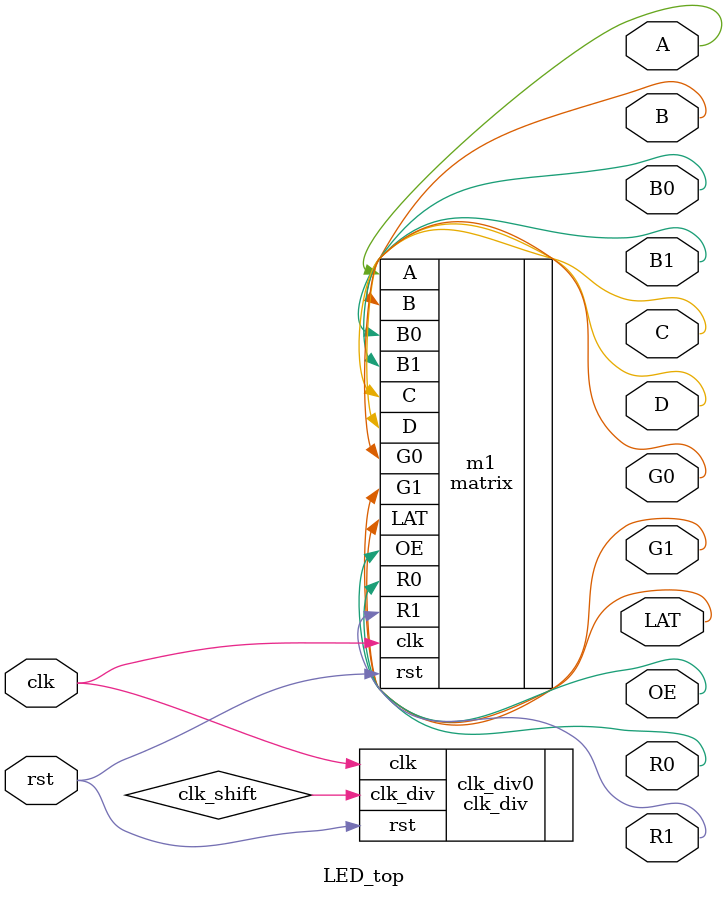
<source format=v>
module LED_top (
    input clk,
    input rst,
    output A, 
    output B,
    output C,
    output D,
    output R0,
    output G0,
    output B0,
    output R1,
    output G1,
    output B1,
    output OE,
    output LAT
);

    wire clk_shift;


    clk_div clk_div0(.clk(clk),
                .rst(rst),
                .clk_div(clk_shift)
                );

    matrix m1(
    .clk(clk),
    .rst(rst),               
    .A(A), 
    .B(B),
    .C(C),
    .D(D),
    .R0(R0),
    .G0(G0),
    .B0(B0),
    .R1(R1),
    .G1(G1),
    .B1(B1),
    .OE(OE),
    .LAT(LAT)
);

    
    
endmodule
</source>
